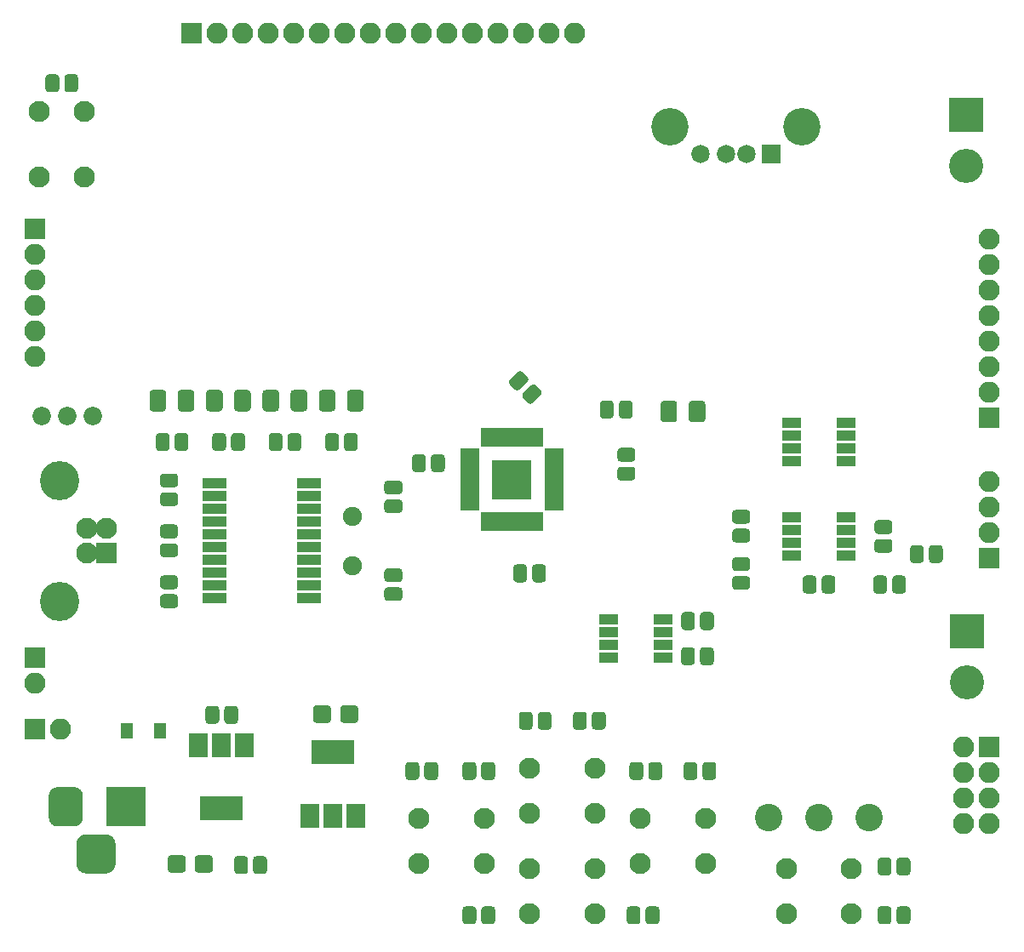
<source format=gts>
G04 #@! TF.GenerationSoftware,KiCad,Pcbnew,(5.1.6)-1*
G04 #@! TF.CreationDate,2020-07-08T23:31:11-03:00*
G04 #@! TF.ProjectId,Projeto GTA,50726f6a-6574-46f2-9047-54412e6b6963,1.0*
G04 #@! TF.SameCoordinates,Original*
G04 #@! TF.FileFunction,Soldermask,Top*
G04 #@! TF.FilePolarity,Negative*
%FSLAX46Y46*%
G04 Gerber Fmt 4.6, Leading zero omitted, Abs format (unit mm)*
G04 Created by KiCad (PCBNEW (5.1.6)-1) date 2020-07-08 23:31:11*
%MOMM*%
%LPD*%
G01*
G04 APERTURE LIST*
%ADD10C,2.100000*%
%ADD11C,3.716000*%
%ADD12C,1.828000*%
%ADD13R,1.828000X1.828000*%
%ADD14O,2.100000X2.100000*%
%ADD15R,2.100000X2.100000*%
%ADD16R,1.950000X1.000000*%
%ADD17C,3.900000*%
%ADD18R,4.200000X2.400000*%
%ADD19R,1.900000X2.400000*%
%ADD20R,3.400000X3.400000*%
%ADD21C,3.400000*%
%ADD22R,0.700000X1.900000*%
%ADD23R,1.900000X0.700000*%
%ADD24R,3.900000X3.900000*%
%ADD25R,2.350000X1.000000*%
%ADD26R,1.300000X1.600000*%
%ADD27C,1.840000*%
%ADD28C,2.740000*%
%ADD29C,1.900000*%
G04 APERTURE END LIST*
D10*
X102493200Y-56845200D03*
X97993200Y-56845200D03*
X102493200Y-50345200D03*
X97993200Y-50345200D03*
X172268200Y-130204600D03*
X172268200Y-125704600D03*
X178768200Y-130204600D03*
X178768200Y-125704600D03*
X157725000Y-125204600D03*
X157725000Y-120704600D03*
X164225000Y-125204600D03*
X164225000Y-120704600D03*
X146725000Y-130204600D03*
X146725000Y-125704600D03*
X153225000Y-130204600D03*
X153225000Y-125704600D03*
X146725000Y-120204600D03*
X146725000Y-115704600D03*
X153225000Y-120204600D03*
X153225000Y-115704600D03*
X135725000Y-125204600D03*
X135725000Y-120704600D03*
X142225000Y-125204600D03*
X142225000Y-120704600D03*
D11*
X160714520Y-51889840D03*
X173854520Y-51889840D03*
D12*
X163784520Y-54599840D03*
X166284520Y-54599840D03*
X168284520Y-54599840D03*
D13*
X170784520Y-54599840D03*
D14*
X192481200Y-63045000D03*
X192481200Y-65585000D03*
X192481200Y-68125000D03*
X192481200Y-70665000D03*
X192481200Y-73205000D03*
X192481200Y-75745000D03*
X192481200Y-78285000D03*
D15*
X192481200Y-80825000D03*
D16*
X172843200Y-81336666D03*
X172843200Y-82606666D03*
X172843200Y-83876666D03*
X172843200Y-85146666D03*
X178243200Y-85146666D03*
X178243200Y-83876666D03*
X178243200Y-82606666D03*
X178243200Y-81336666D03*
G36*
G01*
X165075000Y-100518750D02*
X165075000Y-101631250D01*
G75*
G02*
X164731250Y-101975000I-343750J0D01*
G01*
X164043750Y-101975000D01*
G75*
G02*
X163700000Y-101631250I0J343750D01*
G01*
X163700000Y-100518750D01*
G75*
G02*
X164043750Y-100175000I343750J0D01*
G01*
X164731250Y-100175000D01*
G75*
G02*
X165075000Y-100518750I0J-343750D01*
G01*
G37*
G36*
G01*
X163200000Y-100518750D02*
X163200000Y-101631250D01*
G75*
G02*
X162856250Y-101975000I-343750J0D01*
G01*
X162168750Y-101975000D01*
G75*
G02*
X161825000Y-101631250I0J343750D01*
G01*
X161825000Y-100518750D01*
G75*
G02*
X162168750Y-100175000I343750J0D01*
G01*
X162856250Y-100175000D01*
G75*
G02*
X163200000Y-100518750I0J-343750D01*
G01*
G37*
D14*
X100090000Y-111836200D03*
D15*
X97550000Y-111836200D03*
X97550000Y-104724200D03*
D14*
X97550000Y-107264200D03*
D15*
X192481200Y-94800000D03*
D14*
X192481200Y-92260000D03*
X192481200Y-89720000D03*
X192481200Y-87180000D03*
D15*
X192450000Y-113600000D03*
D14*
X189910000Y-113600000D03*
X192450000Y-116140000D03*
X189910000Y-116140000D03*
X192450000Y-118680000D03*
X189910000Y-118680000D03*
X192450000Y-121220000D03*
X189910000Y-121220000D03*
D15*
X104698800Y-94335600D03*
D10*
X104698800Y-91835600D03*
X102698800Y-91835600D03*
X102698800Y-94335600D03*
D17*
X99988800Y-99105600D03*
X99988800Y-87065600D03*
G36*
G01*
X127443000Y-78395300D02*
X127443000Y-79885300D01*
G75*
G02*
X127113000Y-80215300I-330000J0D01*
G01*
X126123000Y-80215300D01*
G75*
G02*
X125793000Y-79885300I0J330000D01*
G01*
X125793000Y-78395300D01*
G75*
G02*
X126123000Y-78065300I330000J0D01*
G01*
X127113000Y-78065300D01*
G75*
G02*
X127443000Y-78395300I0J-330000D01*
G01*
G37*
G36*
G01*
X130243000Y-78395300D02*
X130243000Y-79885300D01*
G75*
G02*
X129913000Y-80215300I-330000J0D01*
G01*
X128923000Y-80215300D01*
G75*
G02*
X128593000Y-79885300I0J330000D01*
G01*
X128593000Y-78395300D01*
G75*
G02*
X128923000Y-78065300I330000J0D01*
G01*
X129913000Y-78065300D01*
G75*
G02*
X130243000Y-78395300I0J-330000D01*
G01*
G37*
G36*
G01*
X113400800Y-78395300D02*
X113400800Y-79885300D01*
G75*
G02*
X113070800Y-80215300I-330000J0D01*
G01*
X112080800Y-80215300D01*
G75*
G02*
X111750800Y-79885300I0J330000D01*
G01*
X111750800Y-78395300D01*
G75*
G02*
X112080800Y-78065300I330000J0D01*
G01*
X113070800Y-78065300D01*
G75*
G02*
X113400800Y-78395300I0J-330000D01*
G01*
G37*
G36*
G01*
X110600800Y-78395300D02*
X110600800Y-79885300D01*
G75*
G02*
X110270800Y-80215300I-330000J0D01*
G01*
X109280800Y-80215300D01*
G75*
G02*
X108950800Y-79885300I0J330000D01*
G01*
X108950800Y-78395300D01*
G75*
G02*
X109280800Y-78065300I330000J0D01*
G01*
X110270800Y-78065300D01*
G75*
G02*
X110600800Y-78395300I0J-330000D01*
G01*
G37*
G36*
G01*
X116214866Y-78395300D02*
X116214866Y-79885300D01*
G75*
G02*
X115884866Y-80215300I-330000J0D01*
G01*
X114894866Y-80215300D01*
G75*
G02*
X114564866Y-79885300I0J330000D01*
G01*
X114564866Y-78395300D01*
G75*
G02*
X114894866Y-78065300I330000J0D01*
G01*
X115884866Y-78065300D01*
G75*
G02*
X116214866Y-78395300I0J-330000D01*
G01*
G37*
G36*
G01*
X119014866Y-78395300D02*
X119014866Y-79885300D01*
G75*
G02*
X118684866Y-80215300I-330000J0D01*
G01*
X117694866Y-80215300D01*
G75*
G02*
X117364866Y-79885300I0J330000D01*
G01*
X117364866Y-78395300D01*
G75*
G02*
X117694866Y-78065300I330000J0D01*
G01*
X118684866Y-78065300D01*
G75*
G02*
X119014866Y-78395300I0J-330000D01*
G01*
G37*
G36*
G01*
X124628932Y-78395300D02*
X124628932Y-79885300D01*
G75*
G02*
X124298932Y-80215300I-330000J0D01*
G01*
X123308932Y-80215300D01*
G75*
G02*
X122978932Y-79885300I0J330000D01*
G01*
X122978932Y-78395300D01*
G75*
G02*
X123308932Y-78065300I330000J0D01*
G01*
X124298932Y-78065300D01*
G75*
G02*
X124628932Y-78395300I0J-330000D01*
G01*
G37*
G36*
G01*
X121828932Y-78395300D02*
X121828932Y-79885300D01*
G75*
G02*
X121498932Y-80215300I-330000J0D01*
G01*
X120508932Y-80215300D01*
G75*
G02*
X120178932Y-79885300I0J330000D01*
G01*
X120178932Y-78395300D01*
G75*
G02*
X120508932Y-78065300I330000J0D01*
G01*
X121498932Y-78065300D01*
G75*
G02*
X121828932Y-78395300I0J-330000D01*
G01*
G37*
D16*
X172843200Y-90753332D03*
X172843200Y-92023332D03*
X172843200Y-93293332D03*
X172843200Y-94563332D03*
X178243200Y-94563332D03*
X178243200Y-93293332D03*
X178243200Y-92023332D03*
X178243200Y-90753332D03*
D18*
X127157192Y-114147200D03*
D19*
X127157192Y-120447200D03*
X129457192Y-120447200D03*
X124857192Y-120447200D03*
G36*
G01*
X100468200Y-48105050D02*
X100468200Y-46992550D01*
G75*
G02*
X100811950Y-46648800I343750J0D01*
G01*
X101499450Y-46648800D01*
G75*
G02*
X101843200Y-46992550I0J-343750D01*
G01*
X101843200Y-48105050D01*
G75*
G02*
X101499450Y-48448800I-343750J0D01*
G01*
X100811950Y-48448800D01*
G75*
G02*
X100468200Y-48105050I0J343750D01*
G01*
G37*
G36*
G01*
X98593200Y-48105050D02*
X98593200Y-46992550D01*
G75*
G02*
X98936950Y-46648800I343750J0D01*
G01*
X99624450Y-46648800D01*
G75*
G02*
X99968200Y-46992550I0J-343750D01*
G01*
X99968200Y-48105050D01*
G75*
G02*
X99624450Y-48448800I-343750J0D01*
G01*
X98936950Y-48448800D01*
G75*
G02*
X98593200Y-48105050I0J343750D01*
G01*
G37*
G36*
G01*
X110336521Y-88265600D02*
X111449021Y-88265600D01*
G75*
G02*
X111792771Y-88609350I0J-343750D01*
G01*
X111792771Y-89296850D01*
G75*
G02*
X111449021Y-89640600I-343750J0D01*
G01*
X110336521Y-89640600D01*
G75*
G02*
X109992771Y-89296850I0J343750D01*
G01*
X109992771Y-88609350D01*
G75*
G02*
X110336521Y-88265600I343750J0D01*
G01*
G37*
G36*
G01*
X110336521Y-86390600D02*
X111449021Y-86390600D01*
G75*
G02*
X111792771Y-86734350I0J-343750D01*
G01*
X111792771Y-87421850D01*
G75*
G02*
X111449021Y-87765600I-343750J0D01*
G01*
X110336521Y-87765600D01*
G75*
G02*
X109992771Y-87421850I0J343750D01*
G01*
X109992771Y-86734350D01*
G75*
G02*
X110336521Y-86390600I343750J0D01*
G01*
G37*
D20*
X190250000Y-102085000D03*
D21*
X190250000Y-107165000D03*
G36*
G01*
X164225000Y-79475000D02*
X164225000Y-80965000D01*
G75*
G02*
X163895000Y-81295000I-330000J0D01*
G01*
X162905000Y-81295000D01*
G75*
G02*
X162575000Y-80965000I0J330000D01*
G01*
X162575000Y-79475000D01*
G75*
G02*
X162905000Y-79145000I330000J0D01*
G01*
X163895000Y-79145000D01*
G75*
G02*
X164225000Y-79475000I0J-330000D01*
G01*
G37*
G36*
G01*
X161425000Y-79475000D02*
X161425000Y-80965000D01*
G75*
G02*
X161095000Y-81295000I-330000J0D01*
G01*
X160105000Y-81295000D01*
G75*
G02*
X159775000Y-80965000I0J330000D01*
G01*
X159775000Y-79475000D01*
G75*
G02*
X160105000Y-79145000I330000J0D01*
G01*
X161095000Y-79145000D01*
G75*
G02*
X161425000Y-79475000I0J-330000D01*
G01*
G37*
G36*
G01*
X153746800Y-80591650D02*
X153746800Y-79479150D01*
G75*
G02*
X154090550Y-79135400I343750J0D01*
G01*
X154778050Y-79135400D01*
G75*
G02*
X155121800Y-79479150I0J-343750D01*
G01*
X155121800Y-80591650D01*
G75*
G02*
X154778050Y-80935400I-343750J0D01*
G01*
X154090550Y-80935400D01*
G75*
G02*
X153746800Y-80591650I0J343750D01*
G01*
G37*
G36*
G01*
X155621800Y-80591650D02*
X155621800Y-79479150D01*
G75*
G02*
X155965550Y-79135400I343750J0D01*
G01*
X156653050Y-79135400D01*
G75*
G02*
X156996800Y-79479150I0J-343750D01*
G01*
X156996800Y-80591650D01*
G75*
G02*
X156653050Y-80935400I-343750J0D01*
G01*
X155965550Y-80935400D01*
G75*
G02*
X155621800Y-80591650I0J343750D01*
G01*
G37*
D22*
X147750000Y-82800000D03*
X147250000Y-82800000D03*
X146750000Y-82800000D03*
X146250000Y-82800000D03*
X145750000Y-82800000D03*
X145250000Y-82800000D03*
X144750000Y-82800000D03*
X144250000Y-82800000D03*
X143750000Y-82800000D03*
X143250000Y-82800000D03*
X142750000Y-82800000D03*
X142250000Y-82800000D03*
D23*
X140800000Y-84250000D03*
X140800000Y-84750000D03*
X140800000Y-85250000D03*
X140800000Y-85750000D03*
X140800000Y-86250000D03*
X140800000Y-86750000D03*
X140800000Y-87250000D03*
X140800000Y-87750000D03*
X140800000Y-88250000D03*
X140800000Y-88750000D03*
X140800000Y-89250000D03*
X140800000Y-89750000D03*
D22*
X142250000Y-91200000D03*
X142750000Y-91200000D03*
X143250000Y-91200000D03*
X143750000Y-91200000D03*
X144250000Y-91200000D03*
X144750000Y-91200000D03*
X145250000Y-91200000D03*
X145750000Y-91200000D03*
X146250000Y-91200000D03*
X146750000Y-91200000D03*
X147250000Y-91200000D03*
X147750000Y-91200000D03*
D23*
X149200000Y-89750000D03*
X149200000Y-89250000D03*
X149200000Y-88750000D03*
X149200000Y-88250000D03*
X149200000Y-87750000D03*
X149200000Y-87250000D03*
X149200000Y-86750000D03*
X149200000Y-86250000D03*
X149200000Y-85750000D03*
X149200000Y-85250000D03*
X149200000Y-84750000D03*
X149200000Y-84250000D03*
D24*
X145000000Y-87000000D03*
D25*
X124791200Y-98800600D03*
X124791200Y-97530600D03*
X124791200Y-96260600D03*
X124791200Y-94990600D03*
X124791200Y-93720600D03*
X124791200Y-92450600D03*
X124791200Y-91180600D03*
X124791200Y-89910600D03*
X124791200Y-88640600D03*
X124791200Y-87370600D03*
X115391200Y-87370600D03*
X115391200Y-88640600D03*
X115391200Y-89910600D03*
X115391200Y-91180600D03*
X115391200Y-92450600D03*
X115391200Y-93720600D03*
X115391200Y-94990600D03*
X115391200Y-96260600D03*
X115391200Y-97530600D03*
X115391200Y-98800600D03*
D26*
X109963220Y-111968280D03*
X106663220Y-111968280D03*
D27*
X98250000Y-80670300D03*
X100790000Y-80670300D03*
X103330000Y-80670300D03*
D15*
X97550000Y-62075000D03*
D14*
X97550000Y-64615000D03*
X97550000Y-67155000D03*
X97550000Y-69695000D03*
X97550000Y-72235000D03*
X97550000Y-74775000D03*
D21*
X190200000Y-55790000D03*
D20*
X190200000Y-50710000D03*
D28*
X170543200Y-120625000D03*
X175543200Y-120625000D03*
X180543200Y-120625000D03*
D19*
X118389386Y-113410600D03*
X113789386Y-113410600D03*
X116089386Y-113410600D03*
D18*
X116089386Y-119710600D03*
G36*
G01*
X110336521Y-96530599D02*
X111449021Y-96530599D01*
G75*
G02*
X111792771Y-96874349I0J-343750D01*
G01*
X111792771Y-97561849D01*
G75*
G02*
X111449021Y-97905599I-343750J0D01*
G01*
X110336521Y-97905599D01*
G75*
G02*
X109992771Y-97561849I0J343750D01*
G01*
X109992771Y-96874349D01*
G75*
G02*
X110336521Y-96530599I343750J0D01*
G01*
G37*
G36*
G01*
X110336521Y-98405601D02*
X111449021Y-98405601D01*
G75*
G02*
X111792771Y-98749351I0J-343750D01*
G01*
X111792771Y-99436851D01*
G75*
G02*
X111449021Y-99780601I-343750J0D01*
G01*
X110336521Y-99780601D01*
G75*
G02*
X109992771Y-99436851I0J343750D01*
G01*
X109992771Y-98749351D01*
G75*
G02*
X110336521Y-98405601I343750J0D01*
G01*
G37*
G36*
G01*
X147864157Y-78583861D02*
X147077501Y-79370517D01*
G75*
G02*
X146591365Y-79370517I-243068J243068D01*
G01*
X146105229Y-78884381D01*
G75*
G02*
X146105229Y-78398245I243068J243068D01*
G01*
X146891885Y-77611589D01*
G75*
G02*
X147378021Y-77611589I243068J-243068D01*
G01*
X147864157Y-78097725D01*
G75*
G02*
X147864157Y-78583861I-243068J-243068D01*
G01*
G37*
G36*
G01*
X146538331Y-77258035D02*
X145751675Y-78044691D01*
G75*
G02*
X145265539Y-78044691I-243068J243068D01*
G01*
X144779403Y-77558555D01*
G75*
G02*
X144779403Y-77072419I243068J243068D01*
G01*
X145566059Y-76285763D01*
G75*
G02*
X146052195Y-76285763I243068J-243068D01*
G01*
X146538331Y-76771899D01*
G75*
G02*
X146538331Y-77258035I-243068J-243068D01*
G01*
G37*
G36*
G01*
X155813770Y-85715680D02*
X156926270Y-85715680D01*
G75*
G02*
X157270020Y-86059430I0J-343750D01*
G01*
X157270020Y-86746930D01*
G75*
G02*
X156926270Y-87090680I-343750J0D01*
G01*
X155813770Y-87090680D01*
G75*
G02*
X155470020Y-86746930I0J343750D01*
G01*
X155470020Y-86059430D01*
G75*
G02*
X155813770Y-85715680I343750J0D01*
G01*
G37*
G36*
G01*
X155813770Y-83840680D02*
X156926270Y-83840680D01*
G75*
G02*
X157270020Y-84184430I0J-343750D01*
G01*
X157270020Y-84871930D01*
G75*
G02*
X156926270Y-85215680I-343750J0D01*
G01*
X155813770Y-85215680D01*
G75*
G02*
X155470020Y-84871930I0J343750D01*
G01*
X155470020Y-84184430D01*
G75*
G02*
X155813770Y-83840680I343750J0D01*
G01*
G37*
G36*
G01*
X148376040Y-95770710D02*
X148376040Y-96883210D01*
G75*
G02*
X148032290Y-97226960I-343750J0D01*
G01*
X147344790Y-97226960D01*
G75*
G02*
X147001040Y-96883210I0J343750D01*
G01*
X147001040Y-95770710D01*
G75*
G02*
X147344790Y-95426960I343750J0D01*
G01*
X148032290Y-95426960D01*
G75*
G02*
X148376040Y-95770710I0J-343750D01*
G01*
G37*
G36*
G01*
X146501040Y-95770710D02*
X146501040Y-96883210D01*
G75*
G02*
X146157290Y-97226960I-343750J0D01*
G01*
X145469790Y-97226960D01*
G75*
G02*
X145126040Y-96883210I0J343750D01*
G01*
X145126040Y-95770710D01*
G75*
G02*
X145469790Y-95426960I343750J0D01*
G01*
X146157290Y-95426960D01*
G75*
G02*
X146501040Y-95770710I0J-343750D01*
G01*
G37*
G36*
G01*
X136945180Y-85918030D02*
X136945180Y-84805530D01*
G75*
G02*
X137288930Y-84461780I343750J0D01*
G01*
X137976430Y-84461780D01*
G75*
G02*
X138320180Y-84805530I0J-343750D01*
G01*
X138320180Y-85918030D01*
G75*
G02*
X137976430Y-86261780I-343750J0D01*
G01*
X137288930Y-86261780D01*
G75*
G02*
X136945180Y-85918030I0J343750D01*
G01*
G37*
G36*
G01*
X135070180Y-85918030D02*
X135070180Y-84805530D01*
G75*
G02*
X135413930Y-84461780I343750J0D01*
G01*
X136101430Y-84461780D01*
G75*
G02*
X136445180Y-84805530I0J-343750D01*
G01*
X136445180Y-85918030D01*
G75*
G02*
X136101430Y-86261780I-343750J0D01*
G01*
X135413930Y-86261780D01*
G75*
G02*
X135070180Y-85918030I0J343750D01*
G01*
G37*
G36*
G01*
X173918200Y-98000810D02*
X173918200Y-96888310D01*
G75*
G02*
X174261950Y-96544560I343750J0D01*
G01*
X174949450Y-96544560D01*
G75*
G02*
X175293200Y-96888310I0J-343750D01*
G01*
X175293200Y-98000810D01*
G75*
G02*
X174949450Y-98344560I-343750J0D01*
G01*
X174261950Y-98344560D01*
G75*
G02*
X173918200Y-98000810I0J343750D01*
G01*
G37*
G36*
G01*
X175793200Y-98000810D02*
X175793200Y-96888310D01*
G75*
G02*
X176136950Y-96544560I343750J0D01*
G01*
X176824450Y-96544560D01*
G75*
G02*
X177168200Y-96888310I0J-343750D01*
G01*
X177168200Y-98000810D01*
G75*
G02*
X176824450Y-98344560I-343750J0D01*
G01*
X176136950Y-98344560D01*
G75*
G02*
X175793200Y-98000810I0J343750D01*
G01*
G37*
G36*
G01*
X182813200Y-98000810D02*
X182813200Y-96888310D01*
G75*
G02*
X183156950Y-96544560I343750J0D01*
G01*
X183844450Y-96544560D01*
G75*
G02*
X184188200Y-96888310I0J-343750D01*
G01*
X184188200Y-98000810D01*
G75*
G02*
X183844450Y-98344560I-343750J0D01*
G01*
X183156950Y-98344560D01*
G75*
G02*
X182813200Y-98000810I0J343750D01*
G01*
G37*
G36*
G01*
X180938200Y-98000810D02*
X180938200Y-96888310D01*
G75*
G02*
X181281950Y-96544560I343750J0D01*
G01*
X181969450Y-96544560D01*
G75*
G02*
X182313200Y-96888310I0J-343750D01*
G01*
X182313200Y-98000810D01*
G75*
G02*
X181969450Y-98344560I-343750J0D01*
G01*
X181281950Y-98344560D01*
G75*
G02*
X180938200Y-98000810I0J343750D01*
G01*
G37*
G36*
G01*
X133753850Y-99080600D02*
X132641350Y-99080600D01*
G75*
G02*
X132297600Y-98736850I0J343750D01*
G01*
X132297600Y-98049350D01*
G75*
G02*
X132641350Y-97705600I343750J0D01*
G01*
X133753850Y-97705600D01*
G75*
G02*
X134097600Y-98049350I0J-343750D01*
G01*
X134097600Y-98736850D01*
G75*
G02*
X133753850Y-99080600I-343750J0D01*
G01*
G37*
G36*
G01*
X133753850Y-97205600D02*
X132641350Y-97205600D01*
G75*
G02*
X132297600Y-96861850I0J343750D01*
G01*
X132297600Y-96174350D01*
G75*
G02*
X132641350Y-95830600I343750J0D01*
G01*
X133753850Y-95830600D01*
G75*
G02*
X134097600Y-96174350I0J-343750D01*
G01*
X134097600Y-96861850D01*
G75*
G02*
X133753850Y-97205600I-343750J0D01*
G01*
G37*
G36*
G01*
X111449021Y-92835600D02*
X110336521Y-92835600D01*
G75*
G02*
X109992771Y-92491850I0J343750D01*
G01*
X109992771Y-91804350D01*
G75*
G02*
X110336521Y-91460600I343750J0D01*
G01*
X111449021Y-91460600D01*
G75*
G02*
X111792771Y-91804350I0J-343750D01*
G01*
X111792771Y-92491850D01*
G75*
G02*
X111449021Y-92835600I-343750J0D01*
G01*
G37*
G36*
G01*
X111449021Y-94710600D02*
X110336521Y-94710600D01*
G75*
G02*
X109992771Y-94366850I0J343750D01*
G01*
X109992771Y-93679350D01*
G75*
G02*
X110336521Y-93335600I343750J0D01*
G01*
X111449021Y-93335600D01*
G75*
G02*
X111792771Y-93679350I0J-343750D01*
G01*
X111792771Y-94366850D01*
G75*
G02*
X111449021Y-94710600I-343750J0D01*
G01*
G37*
G36*
G01*
X133753850Y-90340600D02*
X132641350Y-90340600D01*
G75*
G02*
X132297600Y-89996850I0J343750D01*
G01*
X132297600Y-89309350D01*
G75*
G02*
X132641350Y-88965600I343750J0D01*
G01*
X133753850Y-88965600D01*
G75*
G02*
X134097600Y-89309350I0J-343750D01*
G01*
X134097600Y-89996850D01*
G75*
G02*
X133753850Y-90340600I-343750J0D01*
G01*
G37*
G36*
G01*
X133753850Y-88465600D02*
X132641350Y-88465600D01*
G75*
G02*
X132297600Y-88121850I0J343750D01*
G01*
X132297600Y-87434350D01*
G75*
G02*
X132641350Y-87090600I343750J0D01*
G01*
X133753850Y-87090600D01*
G75*
G02*
X134097600Y-87434350I0J-343750D01*
G01*
X134097600Y-88121850D01*
G75*
G02*
X133753850Y-88465600I-343750J0D01*
G01*
G37*
G36*
G01*
X119250000Y-125910850D02*
X119250000Y-124798350D01*
G75*
G02*
X119593750Y-124454600I343750J0D01*
G01*
X120281250Y-124454600D01*
G75*
G02*
X120625000Y-124798350I0J-343750D01*
G01*
X120625000Y-125910850D01*
G75*
G02*
X120281250Y-126254600I-343750J0D01*
G01*
X119593750Y-126254600D01*
G75*
G02*
X119250000Y-125910850I0J343750D01*
G01*
G37*
G36*
G01*
X117375000Y-125910850D02*
X117375000Y-124798350D01*
G75*
G02*
X117718750Y-124454600I343750J0D01*
G01*
X118406250Y-124454600D01*
G75*
G02*
X118750000Y-124798350I0J-343750D01*
G01*
X118750000Y-125910850D01*
G75*
G02*
X118406250Y-126254600I-343750J0D01*
G01*
X117718750Y-126254600D01*
G75*
G02*
X117375000Y-125910850I0J343750D01*
G01*
G37*
G36*
G01*
X114503800Y-110970050D02*
X114503800Y-109857550D01*
G75*
G02*
X114847550Y-109513800I343750J0D01*
G01*
X115535050Y-109513800D01*
G75*
G02*
X115878800Y-109857550I0J-343750D01*
G01*
X115878800Y-110970050D01*
G75*
G02*
X115535050Y-111313800I-343750J0D01*
G01*
X114847550Y-111313800D01*
G75*
G02*
X114503800Y-110970050I0J343750D01*
G01*
G37*
G36*
G01*
X116378800Y-110970050D02*
X116378800Y-109857550D01*
G75*
G02*
X116722550Y-109513800I343750J0D01*
G01*
X117410050Y-109513800D01*
G75*
G02*
X117753800Y-109857550I0J-343750D01*
G01*
X117753800Y-110970050D01*
G75*
G02*
X117410050Y-111313800I-343750J0D01*
G01*
X116722550Y-111313800D01*
G75*
G02*
X116378800Y-110970050I0J343750D01*
G01*
G37*
G36*
G01*
X112550000Y-124703673D02*
X112550000Y-125805527D01*
G75*
G02*
X112225927Y-126129600I-324073J0D01*
G01*
X111074073Y-126129600D01*
G75*
G02*
X110750000Y-125805527I0J324073D01*
G01*
X110750000Y-124703673D01*
G75*
G02*
X111074073Y-124379600I324073J0D01*
G01*
X112225927Y-124379600D01*
G75*
G02*
X112550000Y-124703673I0J-324073D01*
G01*
G37*
G36*
G01*
X115250000Y-124703673D02*
X115250000Y-125805527D01*
G75*
G02*
X114925927Y-126129600I-324073J0D01*
G01*
X113774073Y-126129600D01*
G75*
G02*
X113450000Y-125805527I0J324073D01*
G01*
X113450000Y-124703673D01*
G75*
G02*
X113774073Y-124379600I324073J0D01*
G01*
X114925927Y-124379600D01*
G75*
G02*
X115250000Y-124703673I0J-324073D01*
G01*
G37*
G36*
G01*
X129707200Y-109786673D02*
X129707200Y-110888527D01*
G75*
G02*
X129383127Y-111212600I-324073J0D01*
G01*
X128231273Y-111212600D01*
G75*
G02*
X127907200Y-110888527I0J324073D01*
G01*
X127907200Y-109786673D01*
G75*
G02*
X128231273Y-109462600I324073J0D01*
G01*
X129383127Y-109462600D01*
G75*
G02*
X129707200Y-109786673I0J-324073D01*
G01*
G37*
G36*
G01*
X127007200Y-109786673D02*
X127007200Y-110888527D01*
G75*
G02*
X126683127Y-111212600I-324073J0D01*
G01*
X125531273Y-111212600D01*
G75*
G02*
X125207200Y-110888527I0J324073D01*
G01*
X125207200Y-109786673D01*
G75*
G02*
X125531273Y-109462600I324073J0D01*
G01*
X126683127Y-109462600D01*
G75*
G02*
X127007200Y-109786673I0J-324073D01*
G01*
G37*
D24*
X106621580Y-119554600D03*
G36*
G01*
X98921580Y-120654600D02*
X98921580Y-118454600D01*
G75*
G02*
X99771580Y-117604600I850000J0D01*
G01*
X101471580Y-117604600D01*
G75*
G02*
X102321580Y-118454600I0J-850000D01*
G01*
X102321580Y-120654600D01*
G75*
G02*
X101471580Y-121504600I-850000J0D01*
G01*
X99771580Y-121504600D01*
G75*
G02*
X98921580Y-120654600I0J850000D01*
G01*
G37*
G36*
G01*
X101671580Y-125229600D02*
X101671580Y-123279600D01*
G75*
G02*
X102646580Y-122304600I975000J0D01*
G01*
X104596580Y-122304600D01*
G75*
G02*
X105571580Y-123279600I0J-975000D01*
G01*
X105571580Y-125229600D01*
G75*
G02*
X104596580Y-126204600I-975000J0D01*
G01*
X102646580Y-126204600D01*
G75*
G02*
X101671580Y-125229600I0J975000D01*
G01*
G37*
D15*
X113100000Y-42550000D03*
D14*
X115640000Y-42550000D03*
X118180000Y-42550000D03*
X120720000Y-42550000D03*
X123260000Y-42550000D03*
X125800000Y-42550000D03*
X128340000Y-42550000D03*
X130880000Y-42550000D03*
X133420000Y-42550000D03*
X135960000Y-42550000D03*
X138500000Y-42550000D03*
X141040000Y-42550000D03*
X143580000Y-42550000D03*
X146120000Y-42550000D03*
X148660000Y-42550000D03*
X151200000Y-42550000D03*
D29*
X129102271Y-95535600D03*
X129102271Y-90655600D03*
D16*
X154602200Y-100920000D03*
X154602200Y-102190000D03*
X154602200Y-103460000D03*
X154602200Y-104730000D03*
X160002200Y-104730000D03*
X160002200Y-103460000D03*
X160002200Y-102190000D03*
X160002200Y-100920000D03*
G36*
G01*
X147555000Y-111556250D02*
X147555000Y-110443750D01*
G75*
G02*
X147898750Y-110100000I343750J0D01*
G01*
X148586250Y-110100000D01*
G75*
G02*
X148930000Y-110443750I0J-343750D01*
G01*
X148930000Y-111556250D01*
G75*
G02*
X148586250Y-111900000I-343750J0D01*
G01*
X147898750Y-111900000D01*
G75*
G02*
X147555000Y-111556250I0J343750D01*
G01*
G37*
G36*
G01*
X145680000Y-111556250D02*
X145680000Y-110443750D01*
G75*
G02*
X146023750Y-110100000I343750J0D01*
G01*
X146711250Y-110100000D01*
G75*
G02*
X147055000Y-110443750I0J-343750D01*
G01*
X147055000Y-111556250D01*
G75*
G02*
X146711250Y-111900000I-343750J0D01*
G01*
X146023750Y-111900000D01*
G75*
G02*
X145680000Y-111556250I0J343750D01*
G01*
G37*
G36*
G01*
X137649999Y-115443750D02*
X137649999Y-116556250D01*
G75*
G02*
X137306249Y-116900000I-343750J0D01*
G01*
X136618749Y-116900000D01*
G75*
G02*
X136274999Y-116556250I0J343750D01*
G01*
X136274999Y-115443750D01*
G75*
G02*
X136618749Y-115100000I343750J0D01*
G01*
X137306249Y-115100000D01*
G75*
G02*
X137649999Y-115443750I0J-343750D01*
G01*
G37*
G36*
G01*
X135774999Y-115443750D02*
X135774999Y-116556250D01*
G75*
G02*
X135431249Y-116900000I-343750J0D01*
G01*
X134743749Y-116900000D01*
G75*
G02*
X134399999Y-116556250I0J343750D01*
G01*
X134399999Y-115443750D01*
G75*
G02*
X134743749Y-115100000I343750J0D01*
G01*
X135431249Y-115100000D01*
G75*
G02*
X135774999Y-115443750I0J-343750D01*
G01*
G37*
G36*
G01*
X141945000Y-130910850D02*
X141945000Y-129798350D01*
G75*
G02*
X142288750Y-129454600I343750J0D01*
G01*
X142976250Y-129454600D01*
G75*
G02*
X143320000Y-129798350I0J-343750D01*
G01*
X143320000Y-130910850D01*
G75*
G02*
X142976250Y-131254600I-343750J0D01*
G01*
X142288750Y-131254600D01*
G75*
G02*
X141945000Y-130910850I0J343750D01*
G01*
G37*
G36*
G01*
X140070000Y-130910850D02*
X140070000Y-129798350D01*
G75*
G02*
X140413750Y-129454600I343750J0D01*
G01*
X141101250Y-129454600D01*
G75*
G02*
X141445000Y-129798350I0J-343750D01*
G01*
X141445000Y-130910850D01*
G75*
G02*
X141101250Y-131254600I-343750J0D01*
G01*
X140413750Y-131254600D01*
G75*
G02*
X140070000Y-130910850I0J343750D01*
G01*
G37*
G36*
G01*
X184625000Y-129798350D02*
X184625000Y-130910850D01*
G75*
G02*
X184281250Y-131254600I-343750J0D01*
G01*
X183593750Y-131254600D01*
G75*
G02*
X183250000Y-130910850I0J343750D01*
G01*
X183250000Y-129798350D01*
G75*
G02*
X183593750Y-129454600I343750J0D01*
G01*
X184281250Y-129454600D01*
G75*
G02*
X184625000Y-129798350I0J-343750D01*
G01*
G37*
G36*
G01*
X182750000Y-129798350D02*
X182750000Y-130910850D01*
G75*
G02*
X182406250Y-131254600I-343750J0D01*
G01*
X181718750Y-131254600D01*
G75*
G02*
X181375000Y-130910850I0J343750D01*
G01*
X181375000Y-129798350D01*
G75*
G02*
X181718750Y-129454600I343750J0D01*
G01*
X182406250Y-129454600D01*
G75*
G02*
X182750000Y-129798350I0J-343750D01*
G01*
G37*
G36*
G01*
X183250000Y-126060850D02*
X183250000Y-124948350D01*
G75*
G02*
X183593750Y-124604600I343750J0D01*
G01*
X184281250Y-124604600D01*
G75*
G02*
X184625000Y-124948350I0J-343750D01*
G01*
X184625000Y-126060850D01*
G75*
G02*
X184281250Y-126404600I-343750J0D01*
G01*
X183593750Y-126404600D01*
G75*
G02*
X183250000Y-126060850I0J343750D01*
G01*
G37*
G36*
G01*
X181375000Y-126060850D02*
X181375000Y-124948350D01*
G75*
G02*
X181718750Y-124604600I343750J0D01*
G01*
X182406250Y-124604600D01*
G75*
G02*
X182750000Y-124948350I0J-343750D01*
G01*
X182750000Y-126060850D01*
G75*
G02*
X182406250Y-126404600I-343750J0D01*
G01*
X181718750Y-126404600D01*
G75*
G02*
X181375000Y-126060850I0J343750D01*
G01*
G37*
G36*
G01*
X159930000Y-115443750D02*
X159930000Y-116556250D01*
G75*
G02*
X159586250Y-116900000I-343750J0D01*
G01*
X158898750Y-116900000D01*
G75*
G02*
X158555000Y-116556250I0J343750D01*
G01*
X158555000Y-115443750D01*
G75*
G02*
X158898750Y-115100000I343750J0D01*
G01*
X159586250Y-115100000D01*
G75*
G02*
X159930000Y-115443750I0J-343750D01*
G01*
G37*
G36*
G01*
X158055000Y-115443750D02*
X158055000Y-116556250D01*
G75*
G02*
X157711250Y-116900000I-343750J0D01*
G01*
X157023750Y-116900000D01*
G75*
G02*
X156680000Y-116556250I0J343750D01*
G01*
X156680000Y-115443750D01*
G75*
G02*
X157023750Y-115100000I343750J0D01*
G01*
X157711250Y-115100000D01*
G75*
G02*
X158055000Y-115443750I0J-343750D01*
G01*
G37*
G36*
G01*
X141445000Y-115443750D02*
X141445000Y-116556250D01*
G75*
G02*
X141101250Y-116900000I-343750J0D01*
G01*
X140413750Y-116900000D01*
G75*
G02*
X140070000Y-116556250I0J343750D01*
G01*
X140070000Y-115443750D01*
G75*
G02*
X140413750Y-115100000I343750J0D01*
G01*
X141101250Y-115100000D01*
G75*
G02*
X141445000Y-115443750I0J-343750D01*
G01*
G37*
G36*
G01*
X143320000Y-115443750D02*
X143320000Y-116556250D01*
G75*
G02*
X142976250Y-116900000I-343750J0D01*
G01*
X142288750Y-116900000D01*
G75*
G02*
X141945000Y-116556250I0J343750D01*
G01*
X141945000Y-115443750D01*
G75*
G02*
X142288750Y-115100000I343750J0D01*
G01*
X142976250Y-115100000D01*
G75*
G02*
X143320000Y-115443750I0J-343750D01*
G01*
G37*
G36*
G01*
X168349450Y-97971666D02*
X167236950Y-97971666D01*
G75*
G02*
X166893200Y-97627916I0J343750D01*
G01*
X166893200Y-96940416D01*
G75*
G02*
X167236950Y-96596666I343750J0D01*
G01*
X168349450Y-96596666D01*
G75*
G02*
X168693200Y-96940416I0J-343750D01*
G01*
X168693200Y-97627916D01*
G75*
G02*
X168349450Y-97971666I-343750J0D01*
G01*
G37*
G36*
G01*
X168349450Y-96096666D02*
X167236950Y-96096666D01*
G75*
G02*
X166893200Y-95752916I0J343750D01*
G01*
X166893200Y-95065416D01*
G75*
G02*
X167236950Y-94721666I343750J0D01*
G01*
X168349450Y-94721666D01*
G75*
G02*
X168693200Y-95065416I0J-343750D01*
G01*
X168693200Y-95752916D01*
G75*
G02*
X168349450Y-96096666I-343750J0D01*
G01*
G37*
G36*
G01*
X157785000Y-129798350D02*
X157785000Y-130910850D01*
G75*
G02*
X157441250Y-131254600I-343750J0D01*
G01*
X156753750Y-131254600D01*
G75*
G02*
X156410000Y-130910850I0J343750D01*
G01*
X156410000Y-129798350D01*
G75*
G02*
X156753750Y-129454600I343750J0D01*
G01*
X157441250Y-129454600D01*
G75*
G02*
X157785000Y-129798350I0J-343750D01*
G01*
G37*
G36*
G01*
X159660000Y-129798350D02*
X159660000Y-130910850D01*
G75*
G02*
X159316250Y-131254600I-343750J0D01*
G01*
X158628750Y-131254600D01*
G75*
G02*
X158285000Y-130910850I0J343750D01*
G01*
X158285000Y-129798350D01*
G75*
G02*
X158628750Y-129454600I343750J0D01*
G01*
X159316250Y-129454600D01*
G75*
G02*
X159660000Y-129798350I0J-343750D01*
G01*
G37*
G36*
G01*
X127788000Y-82704950D02*
X127788000Y-83817450D01*
G75*
G02*
X127444250Y-84161200I-343750J0D01*
G01*
X126756750Y-84161200D01*
G75*
G02*
X126413000Y-83817450I0J343750D01*
G01*
X126413000Y-82704950D01*
G75*
G02*
X126756750Y-82361200I343750J0D01*
G01*
X127444250Y-82361200D01*
G75*
G02*
X127788000Y-82704950I0J-343750D01*
G01*
G37*
G36*
G01*
X129663000Y-82704950D02*
X129663000Y-83817450D01*
G75*
G02*
X129319250Y-84161200I-343750J0D01*
G01*
X128631750Y-84161200D01*
G75*
G02*
X128288000Y-83817450I0J343750D01*
G01*
X128288000Y-82704950D01*
G75*
G02*
X128631750Y-82361200I343750J0D01*
G01*
X129319250Y-82361200D01*
G75*
G02*
X129663000Y-82704950I0J-343750D01*
G01*
G37*
G36*
G01*
X124048932Y-82704950D02*
X124048932Y-83817450D01*
G75*
G02*
X123705182Y-84161200I-343750J0D01*
G01*
X123017682Y-84161200D01*
G75*
G02*
X122673932Y-83817450I0J343750D01*
G01*
X122673932Y-82704950D01*
G75*
G02*
X123017682Y-82361200I343750J0D01*
G01*
X123705182Y-82361200D01*
G75*
G02*
X124048932Y-82704950I0J-343750D01*
G01*
G37*
G36*
G01*
X122173932Y-82704950D02*
X122173932Y-83817450D01*
G75*
G02*
X121830182Y-84161200I-343750J0D01*
G01*
X121142682Y-84161200D01*
G75*
G02*
X120798932Y-83817450I0J343750D01*
G01*
X120798932Y-82704950D01*
G75*
G02*
X121142682Y-82361200I343750J0D01*
G01*
X121830182Y-82361200D01*
G75*
G02*
X122173932Y-82704950I0J-343750D01*
G01*
G37*
G36*
G01*
X116559866Y-82704950D02*
X116559866Y-83817450D01*
G75*
G02*
X116216116Y-84161200I-343750J0D01*
G01*
X115528616Y-84161200D01*
G75*
G02*
X115184866Y-83817450I0J343750D01*
G01*
X115184866Y-82704950D01*
G75*
G02*
X115528616Y-82361200I343750J0D01*
G01*
X116216116Y-82361200D01*
G75*
G02*
X116559866Y-82704950I0J-343750D01*
G01*
G37*
G36*
G01*
X118434866Y-82704950D02*
X118434866Y-83817450D01*
G75*
G02*
X118091116Y-84161200I-343750J0D01*
G01*
X117403616Y-84161200D01*
G75*
G02*
X117059866Y-83817450I0J343750D01*
G01*
X117059866Y-82704950D01*
G75*
G02*
X117403616Y-82361200I343750J0D01*
G01*
X118091116Y-82361200D01*
G75*
G02*
X118434866Y-82704950I0J-343750D01*
G01*
G37*
G36*
G01*
X112820800Y-82704950D02*
X112820800Y-83817450D01*
G75*
G02*
X112477050Y-84161200I-343750J0D01*
G01*
X111789550Y-84161200D01*
G75*
G02*
X111445800Y-83817450I0J343750D01*
G01*
X111445800Y-82704950D01*
G75*
G02*
X111789550Y-82361200I343750J0D01*
G01*
X112477050Y-82361200D01*
G75*
G02*
X112820800Y-82704950I0J-343750D01*
G01*
G37*
G36*
G01*
X110945800Y-82704950D02*
X110945800Y-83817450D01*
G75*
G02*
X110602050Y-84161200I-343750J0D01*
G01*
X109914550Y-84161200D01*
G75*
G02*
X109570800Y-83817450I0J343750D01*
G01*
X109570800Y-82704950D01*
G75*
G02*
X109914550Y-82361200I343750J0D01*
G01*
X110602050Y-82361200D01*
G75*
G02*
X110945800Y-82704950I0J-343750D01*
G01*
G37*
G36*
G01*
X168349450Y-91388332D02*
X167236950Y-91388332D01*
G75*
G02*
X166893200Y-91044582I0J343750D01*
G01*
X166893200Y-90357082D01*
G75*
G02*
X167236950Y-90013332I343750J0D01*
G01*
X168349450Y-90013332D01*
G75*
G02*
X168693200Y-90357082I0J-343750D01*
G01*
X168693200Y-91044582D01*
G75*
G02*
X168349450Y-91388332I-343750J0D01*
G01*
G37*
G36*
G01*
X168349450Y-93263332D02*
X167236950Y-93263332D01*
G75*
G02*
X166893200Y-92919582I0J343750D01*
G01*
X166893200Y-92232082D01*
G75*
G02*
X167236950Y-91888332I343750J0D01*
G01*
X168349450Y-91888332D01*
G75*
G02*
X168693200Y-92232082I0J-343750D01*
G01*
X168693200Y-92919582D01*
G75*
G02*
X168349450Y-93263332I-343750J0D01*
G01*
G37*
G36*
G01*
X162070000Y-116556250D02*
X162070000Y-115443750D01*
G75*
G02*
X162413750Y-115100000I343750J0D01*
G01*
X163101250Y-115100000D01*
G75*
G02*
X163445000Y-115443750I0J-343750D01*
G01*
X163445000Y-116556250D01*
G75*
G02*
X163101250Y-116900000I-343750J0D01*
G01*
X162413750Y-116900000D01*
G75*
G02*
X162070000Y-116556250I0J343750D01*
G01*
G37*
G36*
G01*
X163945000Y-116556250D02*
X163945000Y-115443750D01*
G75*
G02*
X164288750Y-115100000I343750J0D01*
G01*
X164976250Y-115100000D01*
G75*
G02*
X165320000Y-115443750I0J-343750D01*
G01*
X165320000Y-116556250D01*
G75*
G02*
X164976250Y-116900000I-343750J0D01*
G01*
X164288750Y-116900000D01*
G75*
G02*
X163945000Y-116556250I0J343750D01*
G01*
G37*
G36*
G01*
X186470100Y-94964582D02*
X186470100Y-93852082D01*
G75*
G02*
X186813850Y-93508332I343750J0D01*
G01*
X187501350Y-93508332D01*
G75*
G02*
X187845100Y-93852082I0J-343750D01*
G01*
X187845100Y-94964582D01*
G75*
G02*
X187501350Y-95308332I-343750J0D01*
G01*
X186813850Y-95308332D01*
G75*
G02*
X186470100Y-94964582I0J343750D01*
G01*
G37*
G36*
G01*
X184595100Y-94964582D02*
X184595100Y-93852082D01*
G75*
G02*
X184938850Y-93508332I343750J0D01*
G01*
X185626350Y-93508332D01*
G75*
G02*
X185970100Y-93852082I0J-343750D01*
G01*
X185970100Y-94964582D01*
G75*
G02*
X185626350Y-95308332I-343750J0D01*
G01*
X184938850Y-95308332D01*
G75*
G02*
X184595100Y-94964582I0J343750D01*
G01*
G37*
G36*
G01*
X181383950Y-91033332D02*
X182496450Y-91033332D01*
G75*
G02*
X182840200Y-91377082I0J-343750D01*
G01*
X182840200Y-92064582D01*
G75*
G02*
X182496450Y-92408332I-343750J0D01*
G01*
X181383950Y-92408332D01*
G75*
G02*
X181040200Y-92064582I0J343750D01*
G01*
X181040200Y-91377082D01*
G75*
G02*
X181383950Y-91033332I343750J0D01*
G01*
G37*
G36*
G01*
X181383950Y-92908332D02*
X182496450Y-92908332D01*
G75*
G02*
X182840200Y-93252082I0J-343750D01*
G01*
X182840200Y-93939582D01*
G75*
G02*
X182496450Y-94283332I-343750J0D01*
G01*
X181383950Y-94283332D01*
G75*
G02*
X181040200Y-93939582I0J343750D01*
G01*
X181040200Y-93252082D01*
G75*
G02*
X181383950Y-92908332I343750J0D01*
G01*
G37*
G36*
G01*
X163200000Y-104018750D02*
X163200000Y-105131250D01*
G75*
G02*
X162856250Y-105475000I-343750J0D01*
G01*
X162168750Y-105475000D01*
G75*
G02*
X161825000Y-105131250I0J343750D01*
G01*
X161825000Y-104018750D01*
G75*
G02*
X162168750Y-103675000I343750J0D01*
G01*
X162856250Y-103675000D01*
G75*
G02*
X163200000Y-104018750I0J-343750D01*
G01*
G37*
G36*
G01*
X165075000Y-104018750D02*
X165075000Y-105131250D01*
G75*
G02*
X164731250Y-105475000I-343750J0D01*
G01*
X164043750Y-105475000D01*
G75*
G02*
X163700000Y-105131250I0J343750D01*
G01*
X163700000Y-104018750D01*
G75*
G02*
X164043750Y-103675000I343750J0D01*
G01*
X164731250Y-103675000D01*
G75*
G02*
X165075000Y-104018750I0J-343750D01*
G01*
G37*
G36*
G01*
X152945000Y-111556250D02*
X152945000Y-110443750D01*
G75*
G02*
X153288750Y-110100000I343750J0D01*
G01*
X153976250Y-110100000D01*
G75*
G02*
X154320000Y-110443750I0J-343750D01*
G01*
X154320000Y-111556250D01*
G75*
G02*
X153976250Y-111900000I-343750J0D01*
G01*
X153288750Y-111900000D01*
G75*
G02*
X152945000Y-111556250I0J343750D01*
G01*
G37*
G36*
G01*
X151070000Y-111556250D02*
X151070000Y-110443750D01*
G75*
G02*
X151413750Y-110100000I343750J0D01*
G01*
X152101250Y-110100000D01*
G75*
G02*
X152445000Y-110443750I0J-343750D01*
G01*
X152445000Y-111556250D01*
G75*
G02*
X152101250Y-111900000I-343750J0D01*
G01*
X151413750Y-111900000D01*
G75*
G02*
X151070000Y-111556250I0J343750D01*
G01*
G37*
M02*

</source>
